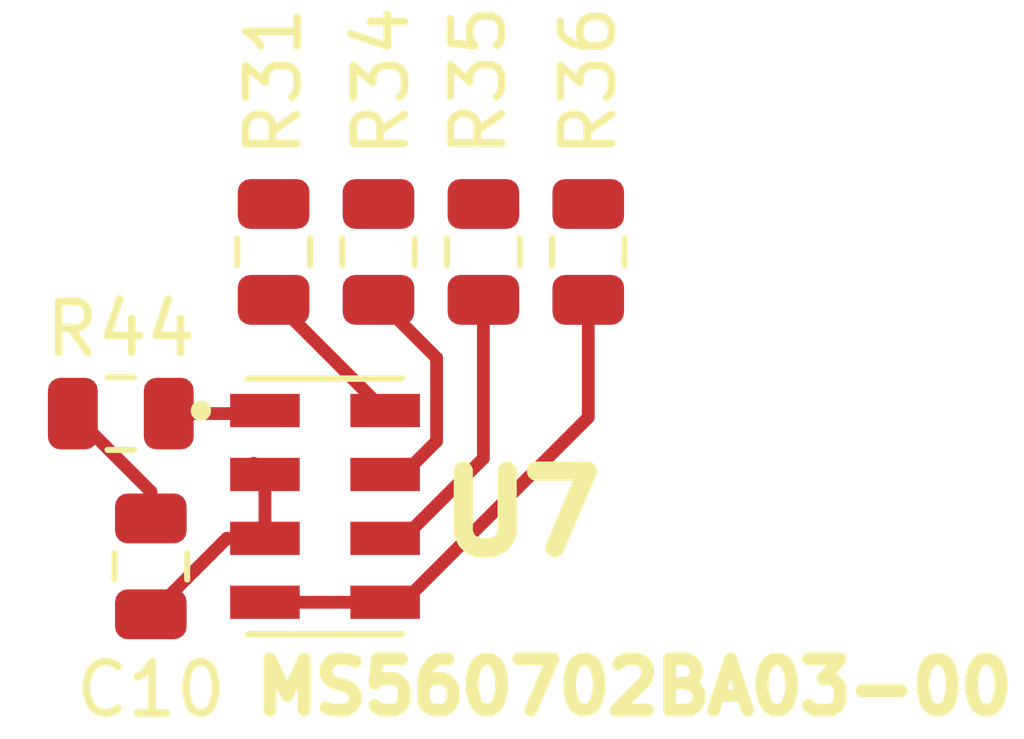
<source format=kicad_pcb>
(kicad_pcb (version 20171130) (host pcbnew 5.0.2-bee76a0~70~ubuntu18.04.1)

  (general
    (thickness 1.6)
    (drawings 0)
    (tracks 22)
    (zones 0)
    (modules 7)
    (nets 12)
  )

  (page A4)
  (layers
    (0 F.Cu signal)
    (1 In1.Cu power)
    (2 In2.Cu power)
    (31 B.Cu signal)
    (32 B.Adhes user)
    (33 F.Adhes user)
    (34 B.Paste user)
    (35 F.Paste user)
    (36 B.SilkS user)
    (37 F.SilkS user)
    (38 B.Mask user)
    (39 F.Mask user)
    (40 Dwgs.User user)
    (41 Cmts.User user)
    (42 Eco1.User user)
    (43 Eco2.User user)
    (44 Edge.Cuts user)
    (45 Margin user)
    (46 B.CrtYd user)
    (47 F.CrtYd user)
    (48 B.Fab user)
    (49 F.Fab user)
  )

  (setup
    (last_trace_width 0.25)
    (trace_clearance 0.2)
    (zone_clearance 0.508)
    (zone_45_only no)
    (trace_min 0.2)
    (segment_width 0.2)
    (edge_width 0.1)
    (via_size 0.8)
    (via_drill 0.4)
    (via_min_size 0.4)
    (via_min_drill 0.3)
    (uvia_size 0.3)
    (uvia_drill 0.1)
    (uvias_allowed no)
    (uvia_min_size 0.2)
    (uvia_min_drill 0.1)
    (pcb_text_width 0.3)
    (pcb_text_size 1.5 1.5)
    (mod_edge_width 0.15)
    (mod_text_size 1 1)
    (mod_text_width 0.15)
    (pad_size 1.5 1.5)
    (pad_drill 0.6)
    (pad_to_mask_clearance 0)
    (solder_mask_min_width 0.25)
    (aux_axis_origin 0 0)
    (visible_elements 7FFFFFFF)
    (pcbplotparams
      (layerselection 0x010fc_ffffffff)
      (usegerberextensions false)
      (usegerberattributes false)
      (usegerberadvancedattributes false)
      (creategerberjobfile false)
      (excludeedgelayer true)
      (linewidth 0.100000)
      (plotframeref false)
      (viasonmask false)
      (mode 1)
      (useauxorigin false)
      (hpglpennumber 1)
      (hpglpenspeed 20)
      (hpglpendiameter 15.000000)
      (psnegative false)
      (psa4output false)
      (plotreference true)
      (plotvalue true)
      (plotinvisibletext false)
      (padsonsilk false)
      (subtractmaskfromsilk false)
      (outputformat 1)
      (mirror false)
      (drillshape 1)
      (scaleselection 1)
      (outputdirectory ""))
  )

  (net 0 "")
  (net 1 +3V3)
  (net 2 GND)
  (net 3 "Net-(R31-Pad1)")
  (net 4 "Net-(R34-Pad1)")
  (net 5 "Net-(R35-Pad1)")
  (net 6 "Net-(R36-Pad2)")
  (net 7 "Net-(R44-Pad2)")
  (net 8 PA5)
  (net 9 PA7)
  (net 10 PA6)
  (net 11 PA8)

  (net_class Default "This is the default net class."
    (clearance 0.2)
    (trace_width 0.25)
    (via_dia 0.8)
    (via_drill 0.4)
    (uvia_dia 0.3)
    (uvia_drill 0.1)
    (add_net +3V3)
    (add_net GND)
    (add_net "Net-(R31-Pad1)")
    (add_net "Net-(R34-Pad1)")
    (add_net "Net-(R35-Pad1)")
    (add_net "Net-(R36-Pad2)")
    (add_net "Net-(R44-Pad2)")
    (add_net PA5)
    (add_net PA6)
    (add_net PA7)
    (add_net PA8)
  )

  (module MS560702BA03-00:SON125P500X300X100-8N (layer F.Cu) (tedit 5CA3AB3B) (tstamp 5BC6E061)
    (at 126.905 103.515)
    (path /5BB59AA0)
    (attr smd)
    (fp_text reference U7 (at 3.845 0.135) (layer F.SilkS)
      (effects (font (size 1.5 1.5) (thickness 0.375)))
    )
    (fp_text value MS560702BA03-00 (at 6.045 3.535) (layer F.SilkS)
      (effects (font (size 1 1) (thickness 0.25)))
    )
    (fp_line (start -1.5 -2.5) (end -1.5 2.5) (layer Dwgs.User) (width 0.127))
    (fp_line (start -1.5 2.5) (end 1.5 2.5) (layer Dwgs.User) (width 0.127))
    (fp_line (start 1.5 2.5) (end 1.5 -2.5) (layer Dwgs.User) (width 0.127))
    (fp_line (start 1.5 -2.5) (end -1.5 -2.5) (layer Dwgs.User) (width 0.127))
    (fp_line (start -1.5 -2.5) (end 1.5 -2.5) (layer F.SilkS) (width 0.127))
    (fp_line (start -1.5 2.5) (end 1.5 2.5) (layer F.SilkS) (width 0.127))
    (fp_line (start -2.11 -2.75) (end -2.11 2.75) (layer Eco1.User) (width 0.05))
    (fp_line (start -2.11 2.75) (end 2.11 2.75) (layer Eco1.User) (width 0.05))
    (fp_line (start 2.11 2.75) (end 2.11 -2.75) (layer Eco1.User) (width 0.05))
    (fp_line (start 2.11 -2.75) (end -2.11 -2.75) (layer Eco1.User) (width 0.05))
    (fp_circle (center -2.427 -1.873) (end -2.327 -1.873) (layer F.SilkS) (width 0.2))
    (fp_poly (pts (xy -1.87796 -1.4375) (xy 1.875 -1.4375) (xy 1.875 -1.06418) (xy -1.87796 -1.06418)) (layer Dwgs.User) (width 0))
    (fp_poly (pts (xy -1.87762 -1.4375) (xy 1.875 -1.4375) (xy 1.875 -1.06398) (xy -1.87762 -1.06398)) (layer Dwgs.User) (width 0))
    (fp_poly (pts (xy -1.88126 -0.1875) (xy 1.875 -0.1875) (xy 1.875 0.188126) (xy -1.88126 0.188126)) (layer Dwgs.User) (width 0))
    (fp_poly (pts (xy -1.87822 -0.1875) (xy 1.875 -0.1875) (xy 1.875 0.187822) (xy -1.87822 0.187822)) (layer Dwgs.User) (width 0))
    (fp_poly (pts (xy -1.8797 1.0625) (xy 1.875 1.0625) (xy 1.875 1.4411) (xy -1.8797 1.4411)) (layer Dwgs.User) (width 0))
    (fp_poly (pts (xy -1.88007 1.0625) (xy 1.875 1.0625) (xy 1.875 1.44139) (xy -1.88007 1.44139)) (layer Dwgs.User) (width 0))
    (fp_poly (pts (xy -0.376184 -1.905) (xy 0.381 -1.905) (xy 0.381 1.93961) (xy -0.376184 1.93961)) (layer Dwgs.User) (width 0))
    (fp_poly (pts (xy -0.375701 -1.905) (xy 0.381 -1.905) (xy 0.381 1.93712) (xy -0.375701 1.93712)) (layer Dwgs.User) (width 0))
    (pad 1 smd rect (at -1.175 -1.875) (size 1.36 0.65) (layers F.Cu F.Paste F.Mask)
      (net 7 "Net-(R44-Pad2)"))
    (pad 8 smd rect (at 1.175 -1.875) (size 1.36 0.65) (layers F.Cu F.Paste F.Mask)
      (net 3 "Net-(R31-Pad1)"))
    (pad 2 smd rect (at -1.175 -0.625) (size 1.36 0.65) (layers F.Cu F.Paste F.Mask)
      (net 2 GND))
    (pad 3 smd rect (at -1.175 0.625) (size 1.36 0.65) (layers F.Cu F.Paste F.Mask)
      (net 2 GND))
    (pad 4 smd rect (at -1.175 1.875) (size 1.36 0.65) (layers F.Cu F.Paste F.Mask)
      (net 6 "Net-(R36-Pad2)"))
    (pad 5 smd rect (at 1.175 1.875) (size 1.36 0.65) (layers F.Cu F.Paste F.Mask)
      (net 6 "Net-(R36-Pad2)"))
    (pad 6 smd rect (at 1.175 0.625) (size 1.36 0.65) (layers F.Cu F.Paste F.Mask)
      (net 5 "Net-(R35-Pad1)"))
    (pad 7 smd rect (at 1.175 -0.625) (size 1.36 0.65) (layers F.Cu F.Paste F.Mask)
      (net 4 "Net-(R34-Pad1)"))
  )

  (module Capacitor_SMD:C_0805_2012Metric (layer F.Cu) (tedit 5B36C52B) (tstamp 5CA3ADBF)
    (at 123.5 104.6875 270)
    (descr "Capacitor SMD 0805 (2012 Metric), square (rectangular) end terminal, IPC_7351 nominal, (Body size source: https://docs.google.com/spreadsheets/d/1BsfQQcO9C6DZCsRaXUlFlo91Tg2WpOkGARC1WS5S8t0/edit?usp=sharing), generated with kicad-footprint-generator")
    (tags capacitor)
    (path /5BB5E0FC)
    (attr smd)
    (fp_text reference C10 (at 2.4125 0) (layer F.SilkS)
      (effects (font (size 1 1) (thickness 0.15)))
    )
    (fp_text value 100nF (at 0.2125 2.1 270) (layer F.Fab)
      (effects (font (size 1 1) (thickness 0.15)))
    )
    (fp_line (start -1 0.6) (end -1 -0.6) (layer F.Fab) (width 0.1))
    (fp_line (start -1 -0.6) (end 1 -0.6) (layer F.Fab) (width 0.1))
    (fp_line (start 1 -0.6) (end 1 0.6) (layer F.Fab) (width 0.1))
    (fp_line (start 1 0.6) (end -1 0.6) (layer F.Fab) (width 0.1))
    (fp_line (start -0.258578 -0.71) (end 0.258578 -0.71) (layer F.SilkS) (width 0.12))
    (fp_line (start -0.258578 0.71) (end 0.258578 0.71) (layer F.SilkS) (width 0.12))
    (fp_line (start -1.68 0.95) (end -1.68 -0.95) (layer F.CrtYd) (width 0.05))
    (fp_line (start -1.68 -0.95) (end 1.68 -0.95) (layer F.CrtYd) (width 0.05))
    (fp_line (start 1.68 -0.95) (end 1.68 0.95) (layer F.CrtYd) (width 0.05))
    (fp_line (start 1.68 0.95) (end -1.68 0.95) (layer F.CrtYd) (width 0.05))
    (fp_text user %R (at 0 0 270) (layer F.Fab)
      (effects (font (size 0.5 0.5) (thickness 0.08)))
    )
    (pad 1 smd roundrect (at -0.9375 0 270) (size 0.975 1.4) (layers F.Cu F.Paste F.Mask) (roundrect_rratio 0.25)
      (net 1 +3V3))
    (pad 2 smd roundrect (at 0.9375 0 270) (size 0.975 1.4) (layers F.Cu F.Paste F.Mask) (roundrect_rratio 0.25)
      (net 2 GND))
    (model ${KISYS3DMOD}/Capacitor_SMD.3dshapes/C_0805_2012Metric.wrl
      (at (xyz 0 0 0))
      (scale (xyz 1 1 1))
      (rotate (xyz 0 0 0))
    )
  )

  (module Resistor_SMD:R_0805_2012Metric (layer F.Cu) (tedit 5B36C52B) (tstamp 5CA3ADDF)
    (at 125.9 98.5375 90)
    (descr "Resistor SMD 0805 (2012 Metric), square (rectangular) end terminal, IPC_7351 nominal, (Body size source: https://docs.google.com/spreadsheets/d/1BsfQQcO9C6DZCsRaXUlFlo91Tg2WpOkGARC1WS5S8t0/edit?usp=sharing), generated with kicad-footprint-generator")
    (tags resistor)
    (path /5D3929B6)
    (attr smd)
    (fp_text reference R31 (at 3.3375 0 90) (layer F.SilkS)
      (effects (font (size 1 1) (thickness 0.15)))
    )
    (fp_text value 0 (at -0.0125 -0.05 90) (layer F.Fab)
      (effects (font (size 1 1) (thickness 0.15)))
    )
    (fp_text user %R (at 0 0 90) (layer F.Fab)
      (effects (font (size 0.5 0.5) (thickness 0.08)))
    )
    (fp_line (start 1.68 0.95) (end -1.68 0.95) (layer F.CrtYd) (width 0.05))
    (fp_line (start 1.68 -0.95) (end 1.68 0.95) (layer F.CrtYd) (width 0.05))
    (fp_line (start -1.68 -0.95) (end 1.68 -0.95) (layer F.CrtYd) (width 0.05))
    (fp_line (start -1.68 0.95) (end -1.68 -0.95) (layer F.CrtYd) (width 0.05))
    (fp_line (start -0.258578 0.71) (end 0.258578 0.71) (layer F.SilkS) (width 0.12))
    (fp_line (start -0.258578 -0.71) (end 0.258578 -0.71) (layer F.SilkS) (width 0.12))
    (fp_line (start 1 0.6) (end -1 0.6) (layer F.Fab) (width 0.1))
    (fp_line (start 1 -0.6) (end 1 0.6) (layer F.Fab) (width 0.1))
    (fp_line (start -1 -0.6) (end 1 -0.6) (layer F.Fab) (width 0.1))
    (fp_line (start -1 0.6) (end -1 -0.6) (layer F.Fab) (width 0.1))
    (pad 2 smd roundrect (at 0.9375 0 90) (size 0.975 1.4) (layers F.Cu F.Paste F.Mask) (roundrect_rratio 0.25)
      (net 8 PA5))
    (pad 1 smd roundrect (at -0.9375 0 90) (size 0.975 1.4) (layers F.Cu F.Paste F.Mask) (roundrect_rratio 0.25)
      (net 3 "Net-(R31-Pad1)"))
    (model ${KISYS3DMOD}/Resistor_SMD.3dshapes/R_0805_2012Metric.wrl
      (at (xyz 0 0 0))
      (scale (xyz 1 1 1))
      (rotate (xyz 0 0 0))
    )
  )

  (module Resistor_SMD:R_0805_2012Metric (layer F.Cu) (tedit 5B36C52B) (tstamp 5CA3ADF0)
    (at 127.95 98.5375 90)
    (descr "Resistor SMD 0805 (2012 Metric), square (rectangular) end terminal, IPC_7351 nominal, (Body size source: https://docs.google.com/spreadsheets/d/1BsfQQcO9C6DZCsRaXUlFlo91Tg2WpOkGARC1WS5S8t0/edit?usp=sharing), generated with kicad-footprint-generator")
    (tags resistor)
    (path /5D392AC4)
    (attr smd)
    (fp_text reference R34 (at 3.3375 0.05 90) (layer F.SilkS)
      (effects (font (size 1 1) (thickness 0.15)))
    )
    (fp_text value 0 (at -0.0125 0.05 90) (layer F.Fab)
      (effects (font (size 1 1) (thickness 0.15)))
    )
    (fp_line (start -1 0.6) (end -1 -0.6) (layer F.Fab) (width 0.1))
    (fp_line (start -1 -0.6) (end 1 -0.6) (layer F.Fab) (width 0.1))
    (fp_line (start 1 -0.6) (end 1 0.6) (layer F.Fab) (width 0.1))
    (fp_line (start 1 0.6) (end -1 0.6) (layer F.Fab) (width 0.1))
    (fp_line (start -0.258578 -0.71) (end 0.258578 -0.71) (layer F.SilkS) (width 0.12))
    (fp_line (start -0.258578 0.71) (end 0.258578 0.71) (layer F.SilkS) (width 0.12))
    (fp_line (start -1.68 0.95) (end -1.68 -0.95) (layer F.CrtYd) (width 0.05))
    (fp_line (start -1.68 -0.95) (end 1.68 -0.95) (layer F.CrtYd) (width 0.05))
    (fp_line (start 1.68 -0.95) (end 1.68 0.95) (layer F.CrtYd) (width 0.05))
    (fp_line (start 1.68 0.95) (end -1.68 0.95) (layer F.CrtYd) (width 0.05))
    (fp_text user %R (at 0 0 90) (layer F.Fab)
      (effects (font (size 0.5 0.5) (thickness 0.08)))
    )
    (pad 1 smd roundrect (at -0.9375 0 90) (size 0.975 1.4) (layers F.Cu F.Paste F.Mask) (roundrect_rratio 0.25)
      (net 4 "Net-(R34-Pad1)"))
    (pad 2 smd roundrect (at 0.9375 0 90) (size 0.975 1.4) (layers F.Cu F.Paste F.Mask) (roundrect_rratio 0.25)
      (net 9 PA7))
    (model ${KISYS3DMOD}/Resistor_SMD.3dshapes/R_0805_2012Metric.wrl
      (at (xyz 0 0 0))
      (scale (xyz 1 1 1))
      (rotate (xyz 0 0 0))
    )
  )

  (module Resistor_SMD:R_0805_2012Metric (layer F.Cu) (tedit 5B36C52B) (tstamp 5CA3AE01)
    (at 130 98.5375 90)
    (descr "Resistor SMD 0805 (2012 Metric), square (rectangular) end terminal, IPC_7351 nominal, (Body size source: https://docs.google.com/spreadsheets/d/1BsfQQcO9C6DZCsRaXUlFlo91Tg2WpOkGARC1WS5S8t0/edit?usp=sharing), generated with kicad-footprint-generator")
    (tags resistor)
    (path /5D392BA6)
    (attr smd)
    (fp_text reference R35 (at 3.35 -0.1 90) (layer F.SilkS)
      (effects (font (size 1 1) (thickness 0.15)))
    )
    (fp_text value 0 (at -0.1125 0.05 90) (layer F.Fab)
      (effects (font (size 1 1) (thickness 0.15)))
    )
    (fp_text user %R (at 0 0 90) (layer F.Fab)
      (effects (font (size 0.5 0.5) (thickness 0.08)))
    )
    (fp_line (start 1.68 0.95) (end -1.68 0.95) (layer F.CrtYd) (width 0.05))
    (fp_line (start 1.68 -0.95) (end 1.68 0.95) (layer F.CrtYd) (width 0.05))
    (fp_line (start -1.68 -0.95) (end 1.68 -0.95) (layer F.CrtYd) (width 0.05))
    (fp_line (start -1.68 0.95) (end -1.68 -0.95) (layer F.CrtYd) (width 0.05))
    (fp_line (start -0.258578 0.71) (end 0.258578 0.71) (layer F.SilkS) (width 0.12))
    (fp_line (start -0.258578 -0.71) (end 0.258578 -0.71) (layer F.SilkS) (width 0.12))
    (fp_line (start 1 0.6) (end -1 0.6) (layer F.Fab) (width 0.1))
    (fp_line (start 1 -0.6) (end 1 0.6) (layer F.Fab) (width 0.1))
    (fp_line (start -1 -0.6) (end 1 -0.6) (layer F.Fab) (width 0.1))
    (fp_line (start -1 0.6) (end -1 -0.6) (layer F.Fab) (width 0.1))
    (pad 2 smd roundrect (at 0.9375 0 90) (size 0.975 1.4) (layers F.Cu F.Paste F.Mask) (roundrect_rratio 0.25)
      (net 10 PA6))
    (pad 1 smd roundrect (at -0.9375 0 90) (size 0.975 1.4) (layers F.Cu F.Paste F.Mask) (roundrect_rratio 0.25)
      (net 5 "Net-(R35-Pad1)"))
    (model ${KISYS3DMOD}/Resistor_SMD.3dshapes/R_0805_2012Metric.wrl
      (at (xyz 0 0 0))
      (scale (xyz 1 1 1))
      (rotate (xyz 0 0 0))
    )
  )

  (module Resistor_SMD:R_0805_2012Metric (layer F.Cu) (tedit 5B36C52B) (tstamp 5CA3AE12)
    (at 132.05 98.5375 270)
    (descr "Resistor SMD 0805 (2012 Metric), square (rectangular) end terminal, IPC_7351 nominal, (Body size source: https://docs.google.com/spreadsheets/d/1BsfQQcO9C6DZCsRaXUlFlo91Tg2WpOkGARC1WS5S8t0/edit?usp=sharing), generated with kicad-footprint-generator")
    (tags resistor)
    (path /5D392C98)
    (attr smd)
    (fp_text reference R36 (at -3.3375 0 270) (layer F.SilkS)
      (effects (font (size 1 1) (thickness 0.15)))
    )
    (fp_text value 0 (at -0.0375 0.1 270) (layer F.Fab)
      (effects (font (size 1 1) (thickness 0.15)))
    )
    (fp_line (start -1 0.6) (end -1 -0.6) (layer F.Fab) (width 0.1))
    (fp_line (start -1 -0.6) (end 1 -0.6) (layer F.Fab) (width 0.1))
    (fp_line (start 1 -0.6) (end 1 0.6) (layer F.Fab) (width 0.1))
    (fp_line (start 1 0.6) (end -1 0.6) (layer F.Fab) (width 0.1))
    (fp_line (start -0.258578 -0.71) (end 0.258578 -0.71) (layer F.SilkS) (width 0.12))
    (fp_line (start -0.258578 0.71) (end 0.258578 0.71) (layer F.SilkS) (width 0.12))
    (fp_line (start -1.68 0.95) (end -1.68 -0.95) (layer F.CrtYd) (width 0.05))
    (fp_line (start -1.68 -0.95) (end 1.68 -0.95) (layer F.CrtYd) (width 0.05))
    (fp_line (start 1.68 -0.95) (end 1.68 0.95) (layer F.CrtYd) (width 0.05))
    (fp_line (start 1.68 0.95) (end -1.68 0.95) (layer F.CrtYd) (width 0.05))
    (fp_text user %R (at 0 0 270) (layer F.Fab)
      (effects (font (size 0.5 0.5) (thickness 0.08)))
    )
    (pad 1 smd roundrect (at -0.9375 0 270) (size 0.975 1.4) (layers F.Cu F.Paste F.Mask) (roundrect_rratio 0.25)
      (net 11 PA8))
    (pad 2 smd roundrect (at 0.9375 0 270) (size 0.975 1.4) (layers F.Cu F.Paste F.Mask) (roundrect_rratio 0.25)
      (net 6 "Net-(R36-Pad2)"))
    (model ${KISYS3DMOD}/Resistor_SMD.3dshapes/R_0805_2012Metric.wrl
      (at (xyz 0 0 0))
      (scale (xyz 1 1 1))
      (rotate (xyz 0 0 0))
    )
  )

  (module Resistor_SMD:R_0805_2012Metric (layer F.Cu) (tedit 5B36C52B) (tstamp 5CA3AE23)
    (at 122.9125 101.7)
    (descr "Resistor SMD 0805 (2012 Metric), square (rectangular) end terminal, IPC_7351 nominal, (Body size source: https://docs.google.com/spreadsheets/d/1BsfQQcO9C6DZCsRaXUlFlo91Tg2WpOkGARC1WS5S8t0/edit?usp=sharing), generated with kicad-footprint-generator")
    (tags resistor)
    (path /5D15BF88)
    (attr smd)
    (fp_text reference R44 (at 0 -1.65) (layer F.SilkS)
      (effects (font (size 1 1) (thickness 0.15)))
    )
    (fp_text value 0 (at -0.0125 -0.05) (layer F.Fab)
      (effects (font (size 1 1) (thickness 0.15)))
    )
    (fp_line (start -1 0.6) (end -1 -0.6) (layer F.Fab) (width 0.1))
    (fp_line (start -1 -0.6) (end 1 -0.6) (layer F.Fab) (width 0.1))
    (fp_line (start 1 -0.6) (end 1 0.6) (layer F.Fab) (width 0.1))
    (fp_line (start 1 0.6) (end -1 0.6) (layer F.Fab) (width 0.1))
    (fp_line (start -0.258578 -0.71) (end 0.258578 -0.71) (layer F.SilkS) (width 0.12))
    (fp_line (start -0.258578 0.71) (end 0.258578 0.71) (layer F.SilkS) (width 0.12))
    (fp_line (start -1.68 0.95) (end -1.68 -0.95) (layer F.CrtYd) (width 0.05))
    (fp_line (start -1.68 -0.95) (end 1.68 -0.95) (layer F.CrtYd) (width 0.05))
    (fp_line (start 1.68 -0.95) (end 1.68 0.95) (layer F.CrtYd) (width 0.05))
    (fp_line (start 1.68 0.95) (end -1.68 0.95) (layer F.CrtYd) (width 0.05))
    (fp_text user %R (at 0 0) (layer F.Fab)
      (effects (font (size 0.5 0.5) (thickness 0.08)))
    )
    (pad 1 smd roundrect (at -0.9375 0) (size 0.975 1.4) (layers F.Cu F.Paste F.Mask) (roundrect_rratio 0.25)
      (net 1 +3V3))
    (pad 2 smd roundrect (at 0.9375 0) (size 0.975 1.4) (layers F.Cu F.Paste F.Mask) (roundrect_rratio 0.25)
      (net 7 "Net-(R44-Pad2)"))
    (model ${KISYS3DMOD}/Resistor_SMD.3dshapes/R_0805_2012Metric.wrl
      (at (xyz 0 0 0))
      (scale (xyz 1 1 1))
      (rotate (xyz 0 0 0))
    )
  )

  (segment (start 123.5 103.225) (end 123.5 103.75) (width 0.25) (layer F.Cu) (net 1))
  (segment (start 121.975 101.7) (end 123.5 103.225) (width 0.25) (layer F.Cu) (net 1))
  (segment (start 125.51 102.67) (end 125.73 102.89) (width 0.25) (layer F.Cu) (net 2) (status 30))
  (segment (start 125.73 104.14) (end 125.73 102.89) (width 0.25) (layer F.Cu) (net 2) (status 30))
  (segment (start 124.985 104.14) (end 125.73 104.14) (width 0.25) (layer F.Cu) (net 2))
  (segment (start 123.5 105.625) (end 124.985 104.14) (width 0.25) (layer F.Cu) (net 2))
  (segment (start 128.08 101.64) (end 128.435 101.64) (width 0.25) (layer F.Cu) (net 3) (tstamp 5BC6E09E) (status 30))
  (segment (start 128.065 101.64) (end 128.08 101.64) (width 0.25) (layer F.Cu) (net 3))
  (segment (start 125.9 99.475) (end 128.065 101.64) (width 0.25) (layer F.Cu) (net 3))
  (segment (start 128.435 102.89) (end 128.08 102.89) (width 0.25) (layer F.Cu) (net 4))
  (segment (start 129.085001 102.239999) (end 128.435 102.89) (width 0.25) (layer F.Cu) (net 4))
  (segment (start 129.085001 100.610001) (end 129.085001 102.239999) (width 0.25) (layer F.Cu) (net 4))
  (segment (start 127.95 99.475) (end 129.085001 100.610001) (width 0.25) (layer F.Cu) (net 4))
  (segment (start 128.435 104.14) (end 128.08 104.14) (width 0.25) (layer F.Cu) (net 5))
  (segment (start 130 102.575) (end 128.435 104.14) (width 0.25) (layer F.Cu) (net 5))
  (segment (start 130 99.475) (end 130 102.575) (width 0.25) (layer F.Cu) (net 5))
  (segment (start 125.73 105.39) (end 128.08 105.39) (width 0.25) (layer F.Cu) (net 6) (tstamp 5BC6E0AA) (status 30))
  (segment (start 132.05 101.775) (end 128.435 105.39) (width 0.25) (layer F.Cu) (net 6))
  (segment (start 128.435 105.39) (end 128.08 105.39) (width 0.25) (layer F.Cu) (net 6))
  (segment (start 132.05 99.475) (end 132.05 101.775) (width 0.25) (layer F.Cu) (net 6))
  (segment (start 125.67 101.7) (end 125.73 101.64) (width 0.25) (layer F.Cu) (net 7))
  (segment (start 123.85 101.7) (end 125.67 101.7) (width 0.25) (layer F.Cu) (net 7))

)

</source>
